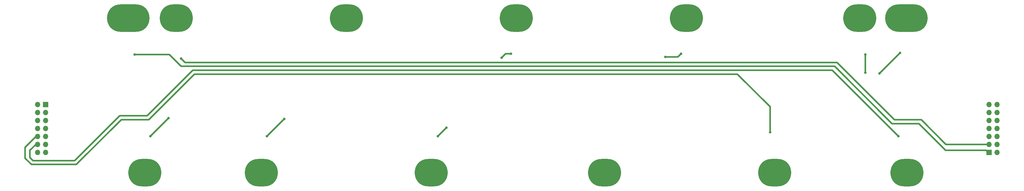
<source format=gbr>
%TF.GenerationSoftware,KiCad,Pcbnew,(5.1.9-0-10_14)*%
%TF.CreationDate,2022-08-21T20:49:42-04:00*%
%TF.ProjectId,47AhFoMoCo,34374168-466f-44d6-9f43-6f2e6b696361,rev?*%
%TF.SameCoordinates,Original*%
%TF.FileFunction,Copper,L1,Top*%
%TF.FilePolarity,Positive*%
%FSLAX46Y46*%
G04 Gerber Fmt 4.6, Leading zero omitted, Abs format (unit mm)*
G04 Created by KiCad (PCBNEW (5.1.9-0-10_14)) date 2022-08-21 20:49:42*
%MOMM*%
%LPD*%
G01*
G04 APERTURE LIST*
%TA.AperFunction,ComponentPad*%
%ADD10R,1.700000X1.700000*%
%TD*%
%TA.AperFunction,ComponentPad*%
%ADD11O,1.700000X1.700000*%
%TD*%
%TA.AperFunction,ComponentPad*%
%ADD12O,10.500000X8.750000*%
%TD*%
%TA.AperFunction,ComponentPad*%
%ADD13O,13.500000X8.750000*%
%TD*%
%TA.AperFunction,ViaPad*%
%ADD14C,0.800000*%
%TD*%
%TA.AperFunction,Conductor*%
%ADD15C,0.500000*%
%TD*%
G04 APERTURE END LIST*
D10*
%TO.P,J13,1*%
%TO.N,/CELL01n_CONN*%
X343790000Y-124630000D03*
D11*
%TO.P,J13,2*%
%TO.N,/CELL01p_CONN*%
X346330000Y-124630000D03*
%TO.P,J13,3*%
%TO.N,/CELL02p_CONN*%
X343790000Y-122090000D03*
%TO.P,J13,4*%
%TO.N,/CELL03p_CONN*%
X346330000Y-122090000D03*
%TO.P,J13,5*%
%TO.N,/CELL04p_CONN*%
X343790000Y-119550000D03*
%TO.P,J13,6*%
%TO.N,/CELL05p_CONN*%
X346330000Y-119550000D03*
%TO.P,J13,7*%
%TO.N,/CELL06p_CONN*%
X343790000Y-117010000D03*
%TO.P,J13,8*%
%TO.N,/CELL07p_CONN*%
X346330000Y-117010000D03*
%TO.P,J13,9*%
%TO.N,/CELL08p_CONN*%
X343790000Y-114470000D03*
%TO.P,J13,10*%
%TO.N,/CELL09p_CONN*%
X346330000Y-114470000D03*
%TO.P,J13,11*%
%TO.N,/CELL10p_CONN*%
X343790000Y-111930000D03*
%TO.P,J13,12*%
%TO.N,/CELL11p_CONN*%
X346330000Y-111930000D03*
%TO.P,J13,13*%
%TO.N,/CELL12p_CONN*%
X343790000Y-109390000D03*
%TO.P,J13,14*%
%TO.N,Net-(J13-Pad14)*%
X346330000Y-109390000D03*
%TD*%
%TO.P,J14,14*%
%TO.N,Net-(J14-Pad14)*%
X41670000Y-124630000D03*
%TO.P,J14,13*%
%TO.N,/CELL12p_CONN*%
X44210000Y-124630000D03*
%TO.P,J14,12*%
%TO.N,/CELL11p_CONN*%
X41670000Y-122090000D03*
%TO.P,J14,11*%
%TO.N,/CELL10p_CONN*%
X44210000Y-122090000D03*
%TO.P,J14,10*%
%TO.N,/CELL09p_CONN*%
X41670000Y-119550000D03*
%TO.P,J14,9*%
%TO.N,/CELL08p_CONN*%
X44210000Y-119550000D03*
%TO.P,J14,8*%
%TO.N,/CELL07p_CONN*%
X41670000Y-117010000D03*
%TO.P,J14,7*%
%TO.N,/CELL06p_CONN*%
X44210000Y-117010000D03*
%TO.P,J14,6*%
%TO.N,/CELL05p_CONN*%
X41670000Y-114470000D03*
%TO.P,J14,5*%
%TO.N,/CELL04p_CONN*%
X44210000Y-114470000D03*
%TO.P,J14,4*%
%TO.N,/CELL03p_CONN*%
X41670000Y-111930000D03*
%TO.P,J14,3*%
%TO.N,/CELL02p_CONN*%
X44210000Y-111930000D03*
%TO.P,J14,2*%
%TO.N,/CELL01p_CONN*%
X41670000Y-109390000D03*
D10*
%TO.P,J14,1*%
%TO.N,/CELL01n_CONN*%
X44210000Y-109390000D03*
%TD*%
D12*
%TO.P,J10p1,1*%
%TO.N,/CELL10p*%
X302700000Y-81900000D03*
%TD*%
%TO.P,J11p1,1*%
%TO.N,/CELL11p*%
X317700000Y-131100000D03*
%TD*%
D13*
%TO.P,J12p1,1*%
%TO.N,/CELL12p*%
X317500000Y-81900000D03*
%TD*%
%TO.P,J1n1,1*%
%TO.N,/CELL01n*%
X70500000Y-81900000D03*
%TD*%
D12*
%TO.P,J1p1,1*%
%TO.N,/CELL01p*%
X75700000Y-131100000D03*
%TD*%
%TO.P,J2p1,1*%
%TO.N,/CELL02p*%
X85700000Y-81900000D03*
%TD*%
%TO.P,J3p1,1*%
%TO.N,/CELL03p*%
X112700000Y-131100000D03*
%TD*%
%TO.P,J4p1,1*%
%TO.N,/CELL04p*%
X139700000Y-81900000D03*
%TD*%
%TO.P,J5p1,1*%
%TO.N,/CELL05p*%
X166700000Y-131100000D03*
%TD*%
%TO.P,J6p1,1*%
%TO.N,/CELL06p*%
X193700000Y-81900000D03*
%TD*%
%TO.P,J7p1,1*%
%TO.N,/CELL07p*%
X221700000Y-131100000D03*
%TD*%
%TO.P,J8p1,1*%
%TO.N,/CELL08p*%
X247700000Y-81900000D03*
%TD*%
%TO.P,J9p1,1*%
%TO.N,/CELL09p*%
X275700000Y-131100000D03*
%TD*%
D14*
%TO.N,/CELL01n_CONN*%
X72500000Y-93500000D03*
%TO.N,/CELL01p_CONN*%
X77500000Y-119500000D03*
X83250000Y-113750000D03*
%TO.N,/CELL02p_CONN*%
X87250000Y-94750000D03*
%TO.N,/CELL03p_CONN*%
X114500000Y-119500000D03*
X120000000Y-114000000D03*
%TO.N,/CELL05p_CONN*%
X168750000Y-119500000D03*
X171500000Y-116750000D03*
%TO.N,/CELL06p_CONN*%
X192000000Y-93250000D03*
X189000000Y-94500000D03*
%TO.N,/CELL08p_CONN*%
X246000000Y-93250000D03*
X241000000Y-94249998D03*
%TO.N,/CELL09p_CONN*%
X274250000Y-118250000D03*
%TO.N,/CELL10p_CONN*%
X304500000Y-99250000D03*
X304500000Y-93500000D03*
%TO.N,/CELL11p_CONN*%
X315000000Y-119500000D03*
%TO.N,/CELL12p_CONN*%
X309000000Y-99500000D03*
X315500000Y-93000000D03*
%TD*%
D15*
%TO.N,/CELL01n_CONN*%
X343500000Y-124630000D02*
X343790000Y-124630000D01*
X342870000Y-124000000D02*
X343500000Y-124630000D01*
X330000000Y-124000000D02*
X342870000Y-124000000D01*
X321500000Y-115500000D02*
X330000000Y-124000000D01*
X313000000Y-115500000D02*
X321500000Y-115500000D01*
X294750000Y-97250000D02*
X313000000Y-115500000D01*
X87250000Y-97250000D02*
X294750000Y-97250000D01*
X83500000Y-93500000D02*
X87250000Y-97250000D01*
X72500000Y-93500000D02*
X83500000Y-93500000D01*
%TO.N,/CELL01p_CONN*%
X77500000Y-119500000D02*
X83250000Y-113750000D01*
%TO.N,/CELL02p_CONN*%
X322250000Y-114250000D02*
X330090000Y-122090000D01*
X330090000Y-122090000D02*
X343790000Y-122090000D01*
X295500000Y-96000000D02*
X313750000Y-114250000D01*
X88500000Y-96000000D02*
X295500000Y-96000000D01*
X313750000Y-114250000D02*
X322250000Y-114250000D01*
X87250000Y-94750000D02*
X88500000Y-96000000D01*
%TO.N,/CELL03p_CONN*%
X114500000Y-119500000D02*
X120000000Y-114000000D01*
%TO.N,/CELL05p_CONN*%
X171500000Y-116750000D02*
X171500000Y-116750000D01*
X171500000Y-116750000D02*
X168750000Y-119500000D01*
%TO.N,/CELL06p_CONN*%
X192000000Y-93250000D02*
X190250000Y-93250000D01*
X190250000Y-93250000D02*
X189000000Y-94500000D01*
%TO.N,/CELL08p_CONN*%
X246000000Y-93250000D02*
X245000002Y-94249998D01*
X245000002Y-94249998D02*
X241000000Y-94249998D01*
%TO.N,/CELL09p_CONN*%
X54000000Y-128500000D02*
X68250000Y-114250000D01*
X37750000Y-123000000D02*
X37750000Y-126500000D01*
X39750000Y-128500000D02*
X54000000Y-128500000D01*
X41200000Y-119550000D02*
X37750000Y-123000000D01*
X37750000Y-126500000D02*
X39750000Y-128500000D01*
X41670000Y-119550000D02*
X41200000Y-119550000D01*
X68250000Y-114250000D02*
X76750000Y-114250000D01*
X274250000Y-110125000D02*
X274250000Y-118250000D01*
X263875000Y-99750000D02*
X274250000Y-110125000D01*
X91500000Y-99750000D02*
X263875000Y-99750000D01*
X77000000Y-114250000D02*
X91500000Y-99750000D01*
X76750000Y-114250000D02*
X77000000Y-114250000D01*
%TO.N,/CELL10p_CONN*%
X304500000Y-99250000D02*
X304500000Y-93500000D01*
%TO.N,/CELL11p_CONN*%
X41160000Y-122090000D02*
X41670000Y-122090000D01*
X39250000Y-124000000D02*
X41160000Y-122090000D01*
X39250000Y-126250000D02*
X39250000Y-124000000D01*
X40250000Y-127250000D02*
X39250000Y-126250000D01*
X53500000Y-127250000D02*
X40250000Y-127250000D01*
X294000000Y-98500000D02*
X91000000Y-98500000D01*
X67750000Y-113000000D02*
X53500000Y-127250000D01*
X76500000Y-113000000D02*
X67750000Y-113000000D01*
X91000000Y-98500000D02*
X76500000Y-113000000D01*
X315000000Y-119500000D02*
X294000000Y-98500000D01*
%TO.N,/CELL12p_CONN*%
X309000000Y-99500000D02*
X315500000Y-93000000D01*
%TD*%
M02*

</source>
